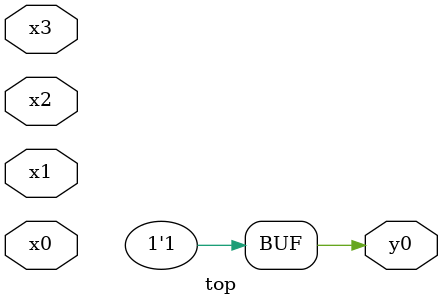
<source format=v>
module top( x0 , x1 , x2 , x3 , y0 );
  input x0 , x1 , x2 , x3 ;
  output y0 ;
  assign y0 = ~1'b0 ;
endmodule

</source>
